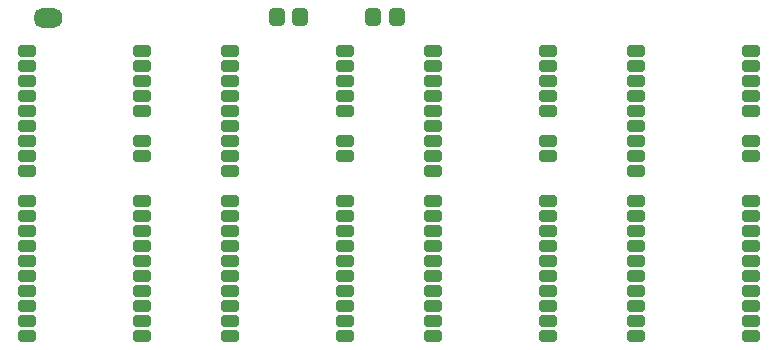
<source format=gts>
G04 #@! TF.GenerationSoftware,KiCad,Pcbnew,7.0.6-0*
G04 #@! TF.CreationDate,2023-09-15T02:17:21-04:00*
G04 #@! TF.ProjectId,TMU Board,544d5520-426f-4617-9264-2e6b69636164,1*
G04 #@! TF.SameCoordinates,Original*
G04 #@! TF.FileFunction,Soldermask,Top*
G04 #@! TF.FilePolarity,Negative*
%FSLAX46Y46*%
G04 Gerber Fmt 4.6, Leading zero omitted, Abs format (unit mm)*
G04 Created by KiCad (PCBNEW 7.0.6-0) date 2023-09-15 02:17:21*
%MOMM*%
%LPD*%
G01*
G04 APERTURE LIST*
G04 Aperture macros list*
%AMRoundRect*
0 Rectangle with rounded corners*
0 $1 Rounding radius*
0 $2 $3 $4 $5 $6 $7 $8 $9 X,Y pos of 4 corners*
0 Add a 4 corners polygon primitive as box body*
4,1,4,$2,$3,$4,$5,$6,$7,$8,$9,$2,$3,0*
0 Add four circle primitives for the rounded corners*
1,1,$1+$1,$2,$3*
1,1,$1+$1,$4,$5*
1,1,$1+$1,$6,$7*
1,1,$1+$1,$8,$9*
0 Add four rect primitives between the rounded corners*
20,1,$1+$1,$2,$3,$4,$5,0*
20,1,$1+$1,$4,$5,$6,$7,0*
20,1,$1+$1,$6,$7,$8,$9,0*
20,1,$1+$1,$8,$9,$2,$3,0*%
G04 Aperture macros list end*
%ADD10RoundRect,0.278300X0.477500X0.227500X-0.477500X0.227500X-0.477500X-0.227500X0.477500X-0.227500X0*%
%ADD11RoundRect,0.278300X-0.477500X-0.227500X0.477500X-0.227500X0.477500X0.227500X-0.477500X0.227500X0*%
%ADD12RoundRect,0.300800X-0.350000X-0.450000X0.350000X-0.450000X0.350000X0.450000X-0.350000X0.450000X0*%
%ADD13RoundRect,0.660400X-0.533400X-0.152400X0.533400X-0.152400X0.533400X0.152400X-0.533400X0.152400X0*%
G04 APERTURE END LIST*
D10*
X154630000Y-114260000D03*
X154630000Y-112990000D03*
X154630000Y-111720000D03*
X154630000Y-110450000D03*
X154630000Y-109180000D03*
X154630000Y-107910000D03*
X154630000Y-106640000D03*
X154630000Y-105370000D03*
X154630000Y-104100000D03*
X154630000Y-102830000D03*
X154630000Y-99020000D03*
X154630000Y-97750000D03*
X154630000Y-95210000D03*
X154630000Y-93940000D03*
X154630000Y-92670000D03*
X154630000Y-91400000D03*
X154630000Y-90130000D03*
D11*
X144900000Y-90140000D03*
X144900000Y-91410000D03*
X144900000Y-92680000D03*
X144900000Y-93950000D03*
X144900000Y-95220000D03*
X144900000Y-96490000D03*
X144900000Y-97760000D03*
X144900000Y-99030000D03*
X144900000Y-100300000D03*
X144900000Y-102840000D03*
X144900000Y-104110000D03*
X144900000Y-105380000D03*
X144900000Y-106650000D03*
X144900000Y-107920000D03*
X144900000Y-109190000D03*
X144900000Y-110460000D03*
X144900000Y-111730000D03*
X144900000Y-113000000D03*
X144900000Y-114270000D03*
D12*
X131660000Y-87250000D03*
X133660000Y-87250000D03*
D13*
X112290000Y-87340000D03*
D10*
X171800000Y-114260000D03*
X171800000Y-112990000D03*
X171800000Y-111720000D03*
X171800000Y-110450000D03*
X171800000Y-109180000D03*
X171800000Y-107910000D03*
X171800000Y-106640000D03*
X171800000Y-105370000D03*
X171800000Y-104100000D03*
X171800000Y-102830000D03*
X171800000Y-99020000D03*
X171800000Y-97750000D03*
X171800000Y-95210000D03*
X171800000Y-93940000D03*
X171800000Y-92670000D03*
X171800000Y-91400000D03*
X171800000Y-90130000D03*
D11*
X162070000Y-90140000D03*
X162070000Y-91410000D03*
X162070000Y-92680000D03*
X162070000Y-93950000D03*
X162070000Y-95220000D03*
X162070000Y-96490000D03*
X162070000Y-97760000D03*
X162070000Y-99030000D03*
X162070000Y-100300000D03*
X162070000Y-102840000D03*
X162070000Y-104110000D03*
X162070000Y-105380000D03*
X162070000Y-106650000D03*
X162070000Y-107920000D03*
X162070000Y-109190000D03*
X162070000Y-110460000D03*
X162070000Y-111730000D03*
X162070000Y-113000000D03*
X162070000Y-114270000D03*
D10*
X120290000Y-114260000D03*
X120290000Y-112990000D03*
X120290000Y-111720000D03*
X120290000Y-110450000D03*
X120290000Y-109180000D03*
X120290000Y-107910000D03*
X120290000Y-106640000D03*
X120290000Y-105370000D03*
X120290000Y-104100000D03*
X120290000Y-102830000D03*
X120290000Y-99020000D03*
X120290000Y-97750000D03*
X120290000Y-95210000D03*
X120290000Y-93940000D03*
X120290000Y-92670000D03*
X120290000Y-91400000D03*
X120290000Y-90130000D03*
D11*
X110560000Y-90140000D03*
X110560000Y-91410000D03*
X110560000Y-92680000D03*
X110560000Y-93950000D03*
X110560000Y-95220000D03*
X110560000Y-96490000D03*
X110560000Y-97760000D03*
X110560000Y-99030000D03*
X110560000Y-100300000D03*
X110560000Y-102840000D03*
X110560000Y-104110000D03*
X110560000Y-105380000D03*
X110560000Y-106650000D03*
X110560000Y-107920000D03*
X110560000Y-109190000D03*
X110560000Y-110460000D03*
X110560000Y-111730000D03*
X110560000Y-113000000D03*
X110560000Y-114270000D03*
D10*
X137470000Y-114260000D03*
X137470000Y-112990000D03*
X137470000Y-111720000D03*
X137470000Y-110450000D03*
X137470000Y-109180000D03*
X137470000Y-107910000D03*
X137470000Y-106640000D03*
X137470000Y-105370000D03*
X137470000Y-104100000D03*
X137470000Y-102830000D03*
X137470000Y-99020000D03*
X137470000Y-97750000D03*
X137470000Y-95210000D03*
X137470000Y-93940000D03*
X137470000Y-92670000D03*
X137470000Y-91400000D03*
X137470000Y-90130000D03*
D11*
X127740000Y-90140000D03*
X127740000Y-91410000D03*
X127740000Y-92680000D03*
X127740000Y-93950000D03*
X127740000Y-95220000D03*
X127740000Y-96490000D03*
X127740000Y-97760000D03*
X127740000Y-99030000D03*
X127740000Y-100300000D03*
X127740000Y-102840000D03*
X127740000Y-104110000D03*
X127740000Y-105380000D03*
X127740000Y-106650000D03*
X127740000Y-107920000D03*
X127740000Y-109190000D03*
X127740000Y-110460000D03*
X127740000Y-111730000D03*
X127740000Y-113000000D03*
X127740000Y-114270000D03*
D12*
X139810000Y-87260000D03*
X141810000Y-87260000D03*
M02*

</source>
